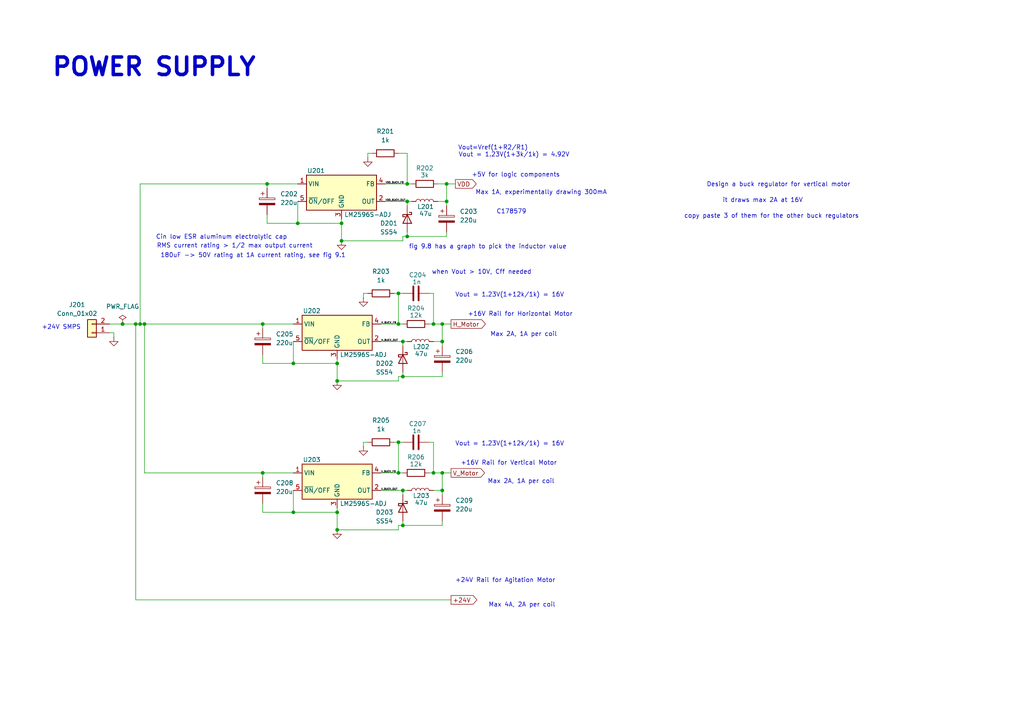
<source format=kicad_sch>
(kicad_sch (version 20250114) (generator "eeschema") (generator_version "9.0")
  (paper "A4")
  (lib_symbols
    (symbol "Connector_Generic:Conn_01x02" (pin_names (offset 1.016) (hide yes))
      (property "Reference" "J" (at 0 2.54 0))
      (property "Value" "Conn_01x02" (at 0 -5.08 0))
      (symbol "Conn_01x02_1_1"
        (rectangle (start -1.27 1.27) (end 1.27 -3.81) (stroke (width 0.254)) (fill (type background)))
        (rectangle (start -1.27 0.127) (end 0 -0.127) (stroke (width 0.1524)))
        (rectangle (start -1.27 -2.413) (end 0 -2.667) (stroke (width 0.1524)))
        (pin passive line (at -5.08 0 0) (length 3.81) (name "Pin_1") (number "1"))
        (pin passive line (at -5.08 -2.54 0) (length 3.81) (name "Pin_2") (number "2"))
      )
    )
    (symbol "Device:C" (pin_numbers (hide yes)) (pin_names (offset 0.254))
      (property "Reference" "C" (at 0.635 2.54 0))
      (property "Value" "C" (at 0.635 -2.54 0))
      (symbol "C_0_1"
        (polyline (pts (xy -2.032 0.762) (xy 2.032 0.762)) (stroke (width 0.508)))
        (polyline (pts (xy -2.032 -0.762) (xy 2.032 -0.762)) (stroke (width 0.508)))
      )
      (symbol "C_1_1"
        (pin passive line (at 0 3.81 270) (length 2.794) (name "~") (number "1"))
        (pin passive line (at 0 -3.81 90) (length 2.794) (name "~") (number "2"))
      )
    )
    (symbol "Device:C_Polarized" (pin_numbers (hide yes)) (pin_names (offset 0.254))
      (property "Reference" "C" (at 0.635 2.54 0))
      (property "Value" "C_Polarized" (at 0.635 -2.54 0))
      (symbol "C_Polarized_0_1"
        (rectangle (start -2.286 0.508) (end 2.286 1.016))
        (polyline (pts (xy -1.778 2.286) (xy -0.762 2.286)))
        (polyline (pts (xy -1.27 2.794) (xy -1.27 1.778)))
        (rectangle (start 2.286 -0.508) (end -2.286 -1.016) (fill (type outline)))
      )
      (symbol "C_Polarized_1_1"
        (pin passive line (at 0 3.81 270) (length 2.794) (name "~") (number "1"))
        (pin passive line (at 0 -3.81 90) (length 2.794) (name "~") (number "2"))
      )
    )
    (symbol "Device:D_Schottky" (pin_numbers (hide yes)) (pin_names (offset 1.016) (hide yes))
      (property "Reference" "D" (at 0 2.54 0))
      (property "Value" "D_Schottky" (at 0 -2.54 0))
      (symbol "D_Schottky_0_1"
        (polyline (pts (xy -1.905 0.635) (xy -1.905 1.27) (xy -1.27 1.27) (xy -1.27 -1.27) (xy -0.635 -1.27) (xy -0.635 -0.635)) (stroke (width 0.254)))
        (polyline (pts (xy 1.27 1.27) (xy 1.27 -1.27) (xy -1.27 0) (xy 1.27 1.27)) (stroke (width 0.254)))
        (polyline (pts (xy 1.27 0) (xy -1.27 0)))
      )
      (symbol "D_Schottky_1_1"
        (pin passive line (at -3.81 0 0) (length 2.54) (name "K") (number "1"))
        (pin passive line (at 3.81 0 180) (length 2.54) (name "A") (number "2"))
      )
    )
    (symbol "Device:L" (pin_numbers (hide yes)) (pin_names (offset 1.016) (hide yes))
      (property "Reference" "L" (at -1.27 0 90))
      (property "Value" "L" (at 1.905 0 90))
      (symbol "L_0_1"
        (arc (start 0 2.54) (mid 0.6323 1.905) (end 0 1.27))
        (arc (start 0 1.27) (mid 0.6323 0.635) (end 0 0))
        (arc (start 0 0) (mid 0.6323 -0.635) (end 0 -1.27))
        (arc (start 0 -1.27) (mid 0.6323 -1.905) (end 0 -2.54))
      )
      (symbol "L_1_1"
        (pin passive line (at 0 3.81 270) (length 1.27) (name "1") (number "1"))
        (pin passive line (at 0 -3.81 90) (length 1.27) (name "2") (number "2"))
      )
    )
    (symbol "Device:R" (pin_numbers (hide yes)) (pin_names (offset 0))
      (property "Reference" "R" (at 2.032 0 90))
      (property "Value" "R" (at 0 0 90))
      (symbol "R_0_1"
        (rectangle (start -1.016 -2.54) (end 1.016 2.54) (stroke (width 0.254)))
      )
      (symbol "R_1_1"
        (pin passive line (at 0 3.81 270) (length 1.27) (name "~") (number "1"))
        (pin passive line (at 0 -3.81 90) (length 1.27) (name "~") (number "2"))
      )
    )
    (symbol "Regulator_Switching:LM2596S-ADJ"
      (property "Reference" "U" (at -10.16 6.35 0))
      (property "Value" "LM2596S-ADJ" (at 0 6.35 0))
      (symbol "LM2596S-ADJ_0_1"
        (rectangle (start -10.16 5.08) (end 10.16 -5.08) (stroke (width 0.254)) (fill (type background)))
      )
      (symbol "LM2596S-ADJ_1_1"
        (pin power_in line (at -12.7 2.54 0) (length 2.54) (name "VIN") (number "1"))
        (pin input line (at -12.7 -2.54 0) (length 2.54) (name "~{ON}/OFF") (number "5"))
        (pin power_in line (at 0 -7.62 90) (length 2.54) (name "GND") (number "3"))
        (pin input line (at 12.7 2.54 180) (length 2.54) (name "FB") (number "4"))
        (pin output line (at 12.7 -2.54 180) (length 2.54) (name "OUT") (number "2"))
      )
    )
    (symbol "power:GND" (power) (pin_numbers (hide yes)) (pin_names (offset 0) (hide yes))
      (property "Value" "GND" (at 0 -3.81 0))
      (symbol "GND_0_1"
        (polyline (pts (xy 0 0) (xy 0 -1.27) (xy 1.27 -1.27) (xy 0 -2.54) (xy -1.27 -1.27) (xy 0 -1.27)))
      )
      (symbol "GND_1_1"
        (pin power_in line (at 0 0 270) (length 0) (name "~") (number "1"))
      )
    )
    (symbol "power:PWR_FLAG" (power) (pin_numbers (hide yes)) (pin_names (offset 0) (hide yes))
      (property "Value" "PWR_FLAG" (at 0 3.81 0))
      (symbol "PWR_FLAG_0_0"
        (pin power_out line (at 0 0 90) (length 0) (name "~") (number "1"))
      )
      (symbol "PWR_FLAG_0_1"
        (polyline (pts (xy 0 0) (xy 0 1.27) (xy -1.016 1.905) (xy 0 2.54) (xy 1.016 1.905) (xy 0 1.27)))
      )
    )
  )
  (text "Cin low ESR aluminum electrolytic cap" (at 64.262 68.834 0) (effects (font (size 1.27 1.27))))
  (text "Max 1A, experimentally drawing 300mA" (at 156.972 55.88 0) (effects (font (size 1.27 1.27))))
  (text "180uF -> 50V rating at 1A current rating, see fig 9.1" (at 73.406 74.168 0) (effects (font (size 1.27 1.27))))
  (text "it draws max 2A at 16V" (at 221.234 58.166 0) (effects (font (size 1.27 1.27))))
  (text "C178579" (at 148.336 61.468 0) (effects (font (size 1.27 1.27))))
  (text "+5V for logic components" (at 149.606 50.8 0) (effects (font (size 1.27 1.27))))
  (text "Design a buck regulator for vertical motor\n" (at 225.806 53.594 0) (effects (font (size 1.27 1.27))))
  (text "+16V Rail for Horizontal Motor" (at 150.876 91.186 0) (effects (font (size 1.27 1.27))))
  (text "+24V SMPS" (at 17.78 94.996 0) (effects (font (size 1.27 1.27))))
  (text "copy paste 3 of them for the other buck regulators\n" (at 223.774 62.738 0) (effects (font (size 1.27 1.27))))
  (text "Vout=Vref(1+R2/R1)" (at 143.002 42.926 0) (effects (font (size 1.27 1.27))))
  (text "Max 4A, 2A per coil" (at 151.384 175.514 0) (effects (font (size 1.27 1.27))))
  (text "when Vout > 10V, Cff needed" (at 139.7 78.994 0) (effects (font (size 1.27 1.27))))
  (text "POWER SUPPLY" (at 44.704 19.558 0) (effects (font (size 5.08 5.08) (thickness 1.016) (bold yes))))
  (text "Vout = 1.23V(1+12k/1k) = 16V" (at 147.828 128.778 0) (effects (font (size 1.27 1.27))))
  (text "Max 2A, 1A per coil" (at 151.892 97.028 0) (effects (font (size 1.27 1.27))))
  (text "Max 2A, 1A per coil" (at 151.13 139.7 0) (effects (font (size 1.27 1.27))))
  (text "Vout = 1.23V(1+3k/1k) = 4.92V" (at 149.098 44.958 0) (effects (font (size 1.27 1.27))))
  (text "RMS current rating > 1/2 max output current" (at 68.072 71.374 0) (effects (font (size 1.27 1.27))))
  (text "+16V Rail for Vertical Motor" (at 147.574 134.366 0) (effects (font (size 1.27 1.27))))
  (text "fig 9.8 has a graph to pick the inductor value" (at 141.478 71.628 0) (effects (font (size 1.27 1.27))))
  (text "+24V Rail for Agitation Motor" (at 146.558 168.402 0) (effects (font (size 1.27 1.27))))
  (text "Vout = 1.23V(1+12k/1k) = 16V" (at 147.828 85.598 0) (effects (font (size 1.27 1.27))))
  (junction (at 40.64 93.98))
  (junction (at 97.79 110.49))
  (junction (at 129.54 53.34))
  (junction (at 97.79 105.41))
  (junction (at 86.36 64.77))
  (junction (at 85.09 148.59))
  (junction (at 118.11 68.58))
  (junction (at 128.27 142.24))
  (junction (at 115.57 93.98))
  (junction (at 115.57 128.27))
  (junction (at 118.11 58.42))
  (junction (at 116.84 152.4))
  (junction (at 128.27 137.16))
  (junction (at 97.79 148.59))
  (junction (at 115.57 85.09))
  (junction (at 35.56 93.98))
  (junction (at 97.79 153.67))
  (junction (at 115.57 137.16))
  (junction (at 99.06 69.85))
  (junction (at 125.73 93.98))
  (junction (at 129.54 58.42))
  (junction (at 125.73 137.16))
  (junction (at 116.84 142.24))
  (junction (at 128.27 93.98))
  (junction (at 118.11 53.34))
  (junction (at 76.2 93.98))
  (junction (at 77.47 53.34))
  (junction (at 116.84 99.06))
  (junction (at 99.06 64.77))
  (junction (at 85.09 105.41))
  (junction (at 116.84 109.22))
  (junction (at 41.91 93.98))
  (junction (at 39.37 93.98))
  (junction (at 76.2 137.16))
  (junction (at 128.27 99.06))
  (wire (pts (xy 106.68 44.45) (xy 106.68 45.72)))
  (wire (pts (xy 76.2 138.43) (xy 76.2 137.16)))
  (wire (pts (xy 115.57 152.4) (xy 116.84 152.4)))
  (wire (pts (xy 115.57 137.16) (xy 115.57 128.27)))
  (wire (pts (xy 115.57 85.09) (xy 116.84 85.09)))
  (wire (pts (xy 76.2 95.25) (xy 76.2 93.98)))
  (wire (pts (xy 39.37 173.99) (xy 130.81 173.99)))
  (wire (pts (xy 116.84 109.22) (xy 128.27 109.22)))
  (wire (pts (xy 76.2 148.59) (xy 85.09 148.59)))
  (wire (pts (xy 76.2 93.98) (xy 85.09 93.98)))
  (wire (pts (xy 128.27 137.16) (xy 128.27 142.24)))
  (wire (pts (xy 127 58.42) (xy 129.54 58.42)))
  (wire (pts (xy 116.84 69.85) (xy 99.06 69.85)))
  (wire (pts (xy 116.84 151.13) (xy 116.84 152.4)))
  (wire (pts (xy 76.2 137.16) (xy 85.09 137.16)))
  (wire (pts (xy 115.57 153.67) (xy 97.79 153.67)))
  (wire (pts (xy 118.11 53.34) (xy 119.38 53.34)))
  (wire (pts (xy 115.57 85.09) (xy 114.3 85.09)))
  (wire (pts (xy 115.57 128.27) (xy 116.84 128.27)))
  (wire (pts (xy 85.09 99.06) (xy 85.09 105.41)))
  (wire (pts (xy 115.57 44.45) (xy 118.11 44.45)))
  (wire (pts (xy 116.84 107.95) (xy 116.84 109.22)))
  (wire (pts (xy 105.41 128.27) (xy 105.41 129.54)))
  (wire (pts (xy 85.09 105.41) (xy 97.79 105.41)))
  (wire (pts (xy 110.49 99.06) (xy 116.84 99.06)))
  (wire (pts (xy 97.79 148.59) (xy 97.79 153.67)))
  (wire (pts (xy 128.27 93.98) (xy 128.27 99.06)))
  (wire (pts (xy 77.47 53.34) (xy 86.36 53.34)))
  (wire (pts (xy 128.27 137.16) (xy 130.81 137.16)))
  (wire (pts (xy 118.11 58.42) (xy 119.38 58.42)))
  (wire (pts (xy 105.41 85.09) (xy 105.41 86.36)))
  (wire (pts (xy 129.54 58.42) (xy 129.54 59.69)))
  (wire (pts (xy 125.73 142.24) (xy 128.27 142.24)))
  (wire (pts (xy 97.79 148.59) (xy 97.79 147.32)))
  (wire (pts (xy 115.57 109.22) (xy 115.57 110.49)))
  (wire (pts (xy 115.57 110.49) (xy 97.79 110.49)))
  (wire (pts (xy 110.49 142.24) (xy 116.84 142.24)))
  (wire (pts (xy 35.56 93.98) (xy 39.37 93.98)))
  (wire (pts (xy 115.57 137.16) (xy 116.84 137.16)))
  (wire (pts (xy 116.84 152.4) (xy 128.27 152.4)))
  (wire (pts (xy 97.79 105.41) (xy 97.79 110.49)))
  (wire (pts (xy 76.2 146.05) (xy 76.2 148.59)))
  (wire (pts (xy 129.54 53.34) (xy 132.08 53.34)))
  (wire (pts (xy 128.27 107.95) (xy 128.27 109.22)))
  (wire (pts (xy 116.84 68.58) (xy 116.84 69.85)))
  (wire (pts (xy 111.76 53.34) (xy 118.11 53.34)))
  (wire (pts (xy 106.68 85.09) (xy 105.41 85.09)))
  (wire (pts (xy 40.64 93.98) (xy 40.64 53.34)))
  (wire (pts (xy 110.49 137.16) (xy 115.57 137.16)))
  (wire (pts (xy 86.36 64.77) (xy 99.06 64.77)))
  (wire (pts (xy 124.46 85.09) (xy 125.73 85.09)))
  (wire (pts (xy 118.11 68.58) (xy 129.54 68.58)))
  (wire (pts (xy 106.68 128.27) (xy 105.41 128.27)))
  (wire (pts (xy 110.49 93.98) (xy 115.57 93.98)))
  (wire (pts (xy 77.47 64.77) (xy 86.36 64.77)))
  (wire (pts (xy 128.27 99.06) (xy 128.27 100.33)))
  (wire (pts (xy 115.57 93.98) (xy 116.84 93.98)))
  (wire (pts (xy 116.84 142.24) (xy 116.84 143.51)))
  (wire (pts (xy 118.11 53.34) (xy 118.11 44.45)))
  (wire (pts (xy 115.57 152.4) (xy 115.57 153.67)))
  (wire (pts (xy 118.11 67.31) (xy 118.11 68.58)))
  (wire (pts (xy 127 53.34) (xy 129.54 53.34)))
  (wire (pts (xy 128.27 142.24) (xy 128.27 143.51)))
  (wire (pts (xy 85.09 148.59) (xy 97.79 148.59)))
  (wire (pts (xy 99.06 64.77) (xy 99.06 69.85)))
  (wire (pts (xy 99.06 64.77) (xy 99.06 63.5)))
  (wire (pts (xy 124.46 128.27) (xy 125.73 128.27)))
  (wire (pts (xy 125.73 93.98) (xy 128.27 93.98)))
  (wire (pts (xy 125.73 128.27) (xy 125.73 137.16)))
  (wire (pts (xy 129.54 67.31) (xy 129.54 68.58)))
  (wire (pts (xy 76.2 102.87) (xy 76.2 105.41)))
  (wire (pts (xy 125.73 99.06) (xy 128.27 99.06)))
  (wire (pts (xy 125.73 93.98) (xy 124.46 93.98)))
  (wire (pts (xy 107.95 44.45) (xy 106.68 44.45)))
  (wire (pts (xy 85.09 142.24) (xy 85.09 148.59)))
  (wire (pts (xy 33.02 97.79) (xy 33.02 96.52)))
  (wire (pts (xy 111.76 58.42) (xy 118.11 58.42)))
  (wire (pts (xy 33.02 96.52) (xy 31.75 96.52)))
  (wire (pts (xy 41.91 93.98) (xy 76.2 93.98)))
  (wire (pts (xy 77.47 54.61) (xy 77.47 53.34)))
  (wire (pts (xy 116.84 68.58) (xy 118.11 68.58)))
  (wire (pts (xy 116.84 142.24) (xy 118.11 142.24)))
  (wire (pts (xy 76.2 105.41) (xy 85.09 105.41)))
  (wire (pts (xy 116.84 99.06) (xy 118.11 99.06)))
  (wire (pts (xy 40.64 53.34) (xy 77.47 53.34)))
  (wire (pts (xy 77.47 62.23) (xy 77.47 64.77)))
  (wire (pts (xy 39.37 93.98) (xy 40.64 93.98)))
  (wire (pts (xy 118.11 58.42) (xy 118.11 59.69)))
  (wire (pts (xy 115.57 109.22) (xy 116.84 109.22)))
  (wire (pts (xy 97.79 105.41) (xy 97.79 104.14)))
  (wire (pts (xy 39.37 93.98) (xy 39.37 173.99)))
  (wire (pts (xy 129.54 53.34) (xy 129.54 58.42)))
  (wire (pts (xy 41.91 137.16) (xy 76.2 137.16)))
  (wire (pts (xy 125.73 137.16) (xy 124.46 137.16)))
  (wire (pts (xy 115.57 93.98) (xy 115.57 85.09)))
  (wire (pts (xy 115.57 128.27) (xy 114.3 128.27)))
  (wire (pts (xy 128.27 93.98) (xy 130.81 93.98)))
  (wire (pts (xy 86.36 58.42) (xy 86.36 64.77)))
  (wire (pts (xy 31.75 93.98) (xy 35.56 93.98)))
  (wire (pts (xy 125.73 85.09) (xy 125.73 93.98)))
  (wire (pts (xy 41.91 93.98) (xy 41.91 137.16)))
  (wire (pts (xy 128.27 151.13) (xy 128.27 152.4)))
  (wire (pts (xy 116.84 99.06) (xy 116.84 100.33)))
  (wire (pts (xy 40.64 93.98) (xy 41.91 93.98)))
  (wire (pts (xy 125.73 137.16) (xy 128.27 137.16)))
  (label "H_BUCK_FB" (at 110.49 93.98 0) (effects (font (size 0.508 0.508))))
  (label "VDD_BUCK_FB" (at 111.76 53.34 0) (effects (font (size 0.508 0.508))))
  (label "VDD_BUCK_OUT" (at 111.76 58.42 0) (effects (font (size 0.508 0.508))))
  (label "H_BUCK_OUT" (at 110.49 99.06 0) (effects (font (size 0.508 0.508))))
  (label "V_BUCK_OUT" (at 110.49 142.24 0) (effects (font (size 0.508 0.508))))
  (label "V_BUCK_FB" (at 110.49 137.16 0) (effects (font (size 0.508 0.508))))
  (global_label "H_Motor" (shape output) (at 130.81 93.98 0) (property "Intersheetrefs" "${INTERSHEET_REFS}" (effects (hide yes))))
  (global_label "+24V" (shape output) (at 130.81 173.99 0) (property "Intersheetrefs" "${INTERSHEET_REFS}" (effects (hide yes))))
  (global_label "VDD" (shape output) (at 132.08 53.34 0) (property "Intersheetrefs" "${INTERSHEET_REFS}" (effects (hide yes))))
  (global_label "V_Motor" (shape output) (at 130.81 137.16 0) (property "Intersheetrefs" "${INTERSHEET_REFS}" (effects (hide yes))))
  (symbol (lib_id "Device:L") (at 121.92 142.24 90) (unit 1)
    (property "Reference" "L203" (at 122.174 143.764 90))
    (property "Value" "47u" (at 122.174 145.796 90))
    (property "Footprint" "Inductor_SMD:L_12x12mm_H8mm" (effects (hide yes)))
    (property "Description" "Inductor" (effects (hide yes)))
    (property "Manufacturer" "SXN(Shun Xiang Nuo Elec)" (effects (hide yes)))
    (property "MPN" "SMDRI127-470MT" (effects (hide yes)))
    (property "LCSC Part Number" "C9906" (effects (hide yes)))
  )
  (symbol (lib_id "Device:R") (at 110.49 85.09 90) (unit 1)
    (property "Reference" "R203" (at 110.49 78.74 90))
    (property "Value" "1k" (at 110.49 81.28 90))
    (property "Footprint" "Resistor_SMD:R_0603_1608Metric" (effects (hide yes)))
    (property "Description" "Resistor" (effects (hide yes)))
    (property "Manufacturer" "UNI-ROYAL(Uniroyal Elec)" (effects (hide yes)))
    (property "MPN" "0603WAF1001T5E" (effects (hide yes)))
    (property "LCSC Part Number" "C21190" (effects (hide yes)))
  )
  (symbol (lib_id "Device:C_Polarized") (at 128.27 147.32 0) (unit 1)
    (property "Reference" "C209" (at 132.08 145.1609 0) (effects (justify left)))
    (property "Value" "220u" (at 132.08 147.7009 0) (effects (justify left)))
    (property "Footprint" "Capacitor_SMD:C_Elec_10x10.2" (effects (hide yes)))
    (property "Description" "Polarized capacitor" (effects (hide yes)))
    (property "Manufacturer" "PANASONIC" (effects (hide yes)))
    (property "MPN" "EEEFP1H221AP" (effects (hide yes)))
    (property "LCSC Part Number" "C178579" (effects (hide yes)))
  )
  (symbol (lib_id "Device:C_Polarized") (at 77.47 58.42 0) (unit 1)
    (property "Reference" "C202" (at 81.28 56.2609 0) (effects (justify left)))
    (property "Value" "220u" (at 81.28 58.8009 0) (effects (justify left)))
    (property "Footprint" "Capacitor_SMD:C_Elec_10x10.2" (effects (hide yes)))
    (property "Description" "Polarized capacitor" (effects (hide yes)))
    (property "Manufacturer" "PANASONIC" (effects (hide yes)))
    (property "MPN" "EEEFP1H221AP" (effects (hide yes)))
    (property "LCSC Part Number" "C178579" (effects (hide yes)))
  )
  (symbol (lib_id "Device:D_Schottky") (at 118.11 63.5 270) (unit 1)
    (property "Reference" "D201" (at 110.236 64.77 90) (effects (justify left)))
    (property "Value" "SS54" (at 110.236 67.31 90) (effects (justify left)))
    (property "Footprint" "Diode_SMD:D_SMA" (effects (hide yes)))
    (property "Description" "Schottky diode" (effects (hide yes)))
    (property "Manufacturer" "MDD(Microdiode Semiconductor)" (effects (hide yes)))
    (property "MPN" "SS54" (effects (hide yes)))
    (property "LCSC Part Number" "C22452" (effects (hide yes)))
  )
  (symbol (lib_id "Regulator_Switching:LM2596S-ADJ") (at 97.79 96.52 0) (unit 1)
    (property "Reference" "U202" (at 90.424 90.17 0))
    (property "Value" "LM2596S-ADJ" (at 105.41 102.87 0))
    (property "Footprint" "Package_TO_SOT_SMD:TO-263-5_TabPin3" (effects (hide yes)))
    (property "Datasheet" "http://www.ti.com/lit/ds/symlink/lm2596.pdf" (effects (hide yes)))
    (property "Description" "Adjustable 3A Step-Down Voltage Regulator, TO-263" (effects (hide yes)))
    (property "Manufacturer" "Texas Instruments" (effects (hide yes)))
    (property "MPN" "LM2596SX-ADJ/NOPB" (effects (hide yes)))
    (property "LCSC Part Number" "C29781" (effects (hide yes)))
  )
  (symbol (lib_id "Regulator_Switching:LM2596S-ADJ") (at 99.06 55.88 0) (unit 1)
    (property "Reference" "U201" (at 91.694 49.53 0))
    (property "Value" "LM2596S-ADJ" (at 106.68 62.23 0))
    (property "Footprint" "Package_TO_SOT_SMD:TO-263-5_TabPin3" (effects (hide yes)))
    (property "Datasheet" "http://www.ti.com/lit/ds/symlink/lm2596.pdf" (effects (hide yes)))
    (property "Description" "Adjustable 3A Step-Down Voltage Regulator, TO-263" (effects (hide yes)))
    (property "Manufacturer" "Texas Instruments" (effects (hide yes)))
    (property "MPN" "LM2596SX-ADJ/NOPB" (effects (hide yes)))
    (property "LCSC Part Number" "C29781" (effects (hide yes)))
  )
  (symbol (lib_id "Device:R") (at 120.65 137.16 90) (unit 1)
    (property "Reference" "R206" (at 120.65 132.588 90))
    (property "Value" "12k" (at 120.65 134.62 90))
    (property "Footprint" "Resistor_SMD:R_0603_1608Metric" (effects (hide yes)))
    (property "Description" "Resistor" (effects (hide yes)))
    (property "Manufacturer" "UNI-ROYAL(Uniroyal Elec)" (effects (hide yes)))
    (property "MPN" "0603WAF1202T5E" (effects (hide yes)))
    (property "LCSC Part Number" "C22790" (effects (hide yes)))
  )
  (symbol (lib_id "power:PWR_FLAG") (at 35.56 93.98 0) (unit 1)
    (property "Reference" "#FLG0201" (effects (hide yes)))
    (property "Value" "PWR_FLAG" (at 35.56 88.9 0))
    (property "Description" "Special symbol for telling ERC where power comes from" (effects (hide yes)))
  )
  (symbol (lib_id "Device:C") (at 120.65 85.09 90) (unit 1)
    (property "Reference" "C204" (at 123.698 79.756 90) (effects (justify left)))
    (property "Value" "1n" (at 122.174 81.788 90) (effects (justify left)))
    (property "Footprint" "Capacitor_SMD:C_0603_1608Metric" (effects (hide yes)))
    (property "Description" "Unpolarized capacitor" (effects (hide yes)))
    (property "Manufacturer" "Samsung Electro-Mechanics" (effects (hide yes)))
    (property "MPN" "CL10B102KB8NNNC" (effects (hide yes)))
    (property "LCSC Part Number" "C1588" (effects (hide yes)))
  )
  (symbol (lib_id "power:GND") (at 33.02 97.79 0) (unit 1)
    (property "Reference" "#PWR0204" (effects (hide yes)))
    (property "Value" "GND" (effects (hide yes)))
    (property "Description" "Power symbol creates a global label with name \"GND\" , ground" (effects (hide yes)))
  )
  (symbol (lib_id "power:GND") (at 97.79 153.67 0) (unit 1)
    (property "Reference" "#PWR0207" (effects (hide yes)))
    (property "Value" "GND" (effects (hide yes)))
    (property "Description" "Power symbol creates a global label with name \"GND\" , ground" (effects (hide yes)))
  )
  (symbol (lib_id "Device:C_Polarized") (at 76.2 99.06 0) (unit 1)
    (property "Reference" "C205" (at 80.01 96.9009 0) (effects (justify left)))
    (property "Value" "220u" (at 80.01 99.4409 0) (effects (justify left)))
    (property "Footprint" "Capacitor_SMD:C_Elec_10x10.2" (effects (hide yes)))
    (property "Description" "Polarized capacitor" (effects (hide yes)))
    (property "Manufacturer" "PANASONIC" (effects (hide yes)))
    (property "MPN" "EEEFP1H221AP" (effects (hide yes)))
    (property "LCSC Part Number" "C178579" (effects (hide yes)))
  )
  (symbol (lib_id "Device:D_Schottky") (at 116.84 147.32 270) (unit 1)
    (property "Reference" "D203" (at 108.966 148.59 90) (effects (justify left)))
    (property "Value" "SS54" (at 108.966 151.13 90) (effects (justify left)))
    (property "Footprint" "Diode_SMD:D_SMA" (effects (hide yes)))
    (property "Description" "Schottky diode" (effects (hide yes)))
    (property "Manufacturer" "MDD(Microdiode Semiconductor)" (effects (hide yes)))
    (property "MPN" "SS54" (effects (hide yes)))
    (property "LCSC Part Number" "C22452" (effects (hide yes)))
  )
  (symbol (lib_id "power:GND") (at 105.41 129.54 0) (unit 1)
    (property "Reference" "#PWR0206" (effects (hide yes)))
    (property "Value" "GND" (effects (hide yes)))
    (property "Description" "Power symbol creates a global label with name \"GND\" , ground" (effects (hide yes)))
  )
  (symbol (lib_id "Regulator_Switching:LM2596S-ADJ") (at 97.79 139.7 0) (unit 1)
    (property "Reference" "U203" (at 90.424 133.35 0))
    (property "Value" "LM2596S-ADJ" (at 105.41 146.05 0))
    (property "Footprint" "Package_TO_SOT_SMD:TO-263-5_TabPin3" (effects (hide yes)))
    (property "Datasheet" "http://www.ti.com/lit/ds/symlink/lm2596.pdf" (effects (hide yes)))
    (property "Description" "Adjustable 3A Step-Down Voltage Regulator, TO-263" (effects (hide yes)))
    (property "Manufacturer" "Texas Instruments" (effects (hide yes)))
    (property "MPN" "LM2596SX-ADJ/NOPB" (effects (hide yes)))
    (property "LCSC Part Number" "C29781" (effects (hide yes)))
  )
  (symbol (lib_id "Device:C_Polarized") (at 128.27 104.14 0) (unit 1)
    (property "Reference" "C206" (at 132.08 101.9809 0) (effects (justify left)))
    (property "Value" "220u" (at 132.08 104.5209 0) (effects (justify left)))
    (property "Footprint" "Capacitor_SMD:C_Elec_10x10.2" (effects (hide yes)))
    (property "Description" "Polarized capacitor" (effects (hide yes)))
    (property "Manufacturer" "PANASONIC" (effects (hide yes)))
    (property "MPN" "EEEFP1H221AP" (effects (hide yes)))
    (property "LCSC Part Number" "C178579" (effects (hide yes)))
  )
  (symbol (lib_id "power:GND") (at 105.41 86.36 0) (unit 1)
    (property "Reference" "#PWR0203" (effects (hide yes)))
    (property "Value" "GND" (effects (hide yes)))
    (property "Description" "Power symbol creates a global label with name \"GND\" , ground" (effects (hide yes)))
  )
  (symbol (lib_id "Device:D_Schottky") (at 116.84 104.14 270) (unit 1)
    (property "Reference" "D202" (at 108.966 105.41 90) (effects (justify left)))
    (property "Value" "SS54" (at 108.966 107.95 90) (effects (justify left)))
    (property "Footprint" "Diode_SMD:D_SMA" (effects (hide yes)))
    (property "Description" "Schottky diode" (effects (hide yes)))
    (property "Manufacturer" "MDD(Microdiode Semiconductor)" (effects (hide yes)))
    (property "MPN" "SS54" (effects (hide yes)))
    (property "LCSC Part Number" "C22452" (effects (hide yes)))
  )
  (symbol (lib_id "Device:C") (at 120.65 128.27 90) (unit 1)
    (property "Reference" "C207" (at 123.698 122.936 90) (effects (justify left)))
    (property "Value" "1n" (at 122.174 124.968 90) (effects (justify left)))
    (property "Footprint" "Capacitor_SMD:C_0603_1608Metric" (effects (hide yes)))
    (property "Description" "Unpolarized capacitor" (effects (hide yes)))
    (property "Manufacturer" "Samsung Electro-Mechanics" (effects (hide yes)))
    (property "MPN" "CL10B102KB8NNNC" (effects (hide yes)))
    (property "LCSC Part Number" "C1588" (effects (hide yes)))
  )
  (symbol (lib_id "power:GND") (at 97.79 110.49 0) (unit 1)
    (property "Reference" "#PWR0205" (effects (hide yes)))
    (property "Value" "GND" (effects (hide yes)))
    (property "Description" "Power symbol creates a global label with name \"GND\" , ground" (effects (hide yes)))
  )
  (symbol (lib_id "power:GND") (at 106.68 45.72 0) (unit 1)
    (property "Reference" "#PWR0201" (effects (hide yes)))
    (property "Value" "GND" (effects (hide yes)))
    (property "Description" "Power symbol creates a global label with name \"GND\" , ground" (effects (hide yes)))
  )
  (symbol (lib_id "Device:R") (at 123.19 53.34 90) (unit 1)
    (property "Reference" "R202" (at 123.19 48.768 90))
    (property "Value" "3k" (at 123.19 50.8 90))
    (property "Footprint" "Resistor_SMD:R_0603_1608Metric" (effects (hide yes)))
    (property "Description" "Resistor" (effects (hide yes)))
    (property "Manufacturer" "UNI-ROYAL(Uniroyal Elec)" (effects (hide yes)))
    (property "MPN" "0603WAF3001T5E" (effects (hide yes)))
    (property "LCSC Part Number" "C4211" (effects (hide yes)))
  )
  (symbol (lib_id "Device:L") (at 123.19 58.42 90) (unit 1)
    (property "Reference" "L201" (at 123.444 59.944 90))
    (property "Value" "47u" (at 123.444 61.976 90))
    (property "Footprint" "Inductor_SMD:L_12x12mm_H8mm" (effects (hide yes)))
    (property "Description" "Inductor" (effects (hide yes)))
    (property "Manufacturer" "SXN(Shun Xiang Nuo Elec)" (effects (hide yes)))
    (property "MPN" "SMDRI127-470MT" (effects (hide yes)))
    (property "LCSC Part Number" "C9906" (effects (hide yes)))
  )
  (symbol (lib_id "Device:R") (at 120.65 93.98 90) (unit 1)
    (property "Reference" "R204" (at 120.65 89.408 90))
    (property "Value" "12k" (at 120.65 91.44 90))
    (property "Footprint" "Resistor_SMD:R_0603_1608Metric" (effects (hide yes)))
    (property "Description" "Resistor" (effects (hide yes)))
    (property "Manufacturer" "UNI-ROYAL(Uniroyal Elec)" (effects (hide yes)))
    (property "MPN" "0603WAF1202T5E" (effects (hide yes)))
    (property "LCSC Part Number" "C22790" (effects (hide yes)))
  )
  (symbol (lib_id "power:GND") (at 99.06 69.85 0) (unit 1)
    (property "Reference" "#PWR0202" (effects (hide yes)))
    (property "Value" "GND" (effects (hide yes)))
    (property "Description" "Power symbol creates a global label with name \"GND\" , ground" (effects (hide yes)))
  )
  (symbol (lib_id "Device:R") (at 111.76 44.45 90) (unit 1)
    (property "Reference" "R201" (at 111.76 38.1 90))
    (property "Value" "1k" (at 111.76 40.64 90))
    (property "Footprint" "Resistor_SMD:R_0603_1608Metric" (effects (hide yes)))
    (property "Description" "Resistor" (effects (hide yes)))
    (property "Manufacturer" "UNI-ROYAL(Uniroyal Elec)" (effects (hide yes)))
    (property "MPN" "0603WAF1001T5E" (effects (hide yes)))
    (property "LCSC Part Number" "C21190" (effects (hide yes)))
  )
  (symbol (lib_id "Device:L") (at 121.92 99.06 90) (unit 1)
    (property "Reference" "L202" (at 122.174 100.584 90))
    (property "Value" "47u" (at 122.174 102.616 90))
    (property "Footprint" "Inductor_SMD:L_12x12mm_H8mm" (effects (hide yes)))
    (property "Description" "Inductor" (effects (hide yes)))
    (property "Manufacturer" "SXN(Shun Xiang Nuo Elec)" (effects (hide yes)))
    (property "MPN" "SMDRI127-470MT" (effects (hide yes)))
    (property "LCSC Part Number" "C9906" (effects (hide yes)))
  )
  (symbol (lib_id "Connector_Generic:Conn_01x02") (at 26.67 96.52 180) (unit 1) (in_bom no)
    (property "Reference" "J201" (at 22.352 88.392 0))
    (property "Value" "Conn_01x02" (at 22.352 90.932 0))
    (property "Footprint" "TerminalBlock:TerminalBlock_bornier-2_P5.08mm" (effects (hide yes)))
    (property "Description" "Generic connector, single row, 01x02, script generated (kicad-library-utils/schlib/autogen/connector/)" (effects (hide yes)))
  )
  (symbol (lib_id "Device:C_Polarized") (at 129.54 63.5 0) (unit 1)
    (property "Reference" "C203" (at 133.35 61.3409 0) (effects (justify left)))
    (property "Value" "220u" (at 133.35 63.8809 0) (effects (justify left)))
    (property "Footprint" "Capacitor_SMD:C_Elec_10x10.2" (effects (hide yes)))
    (property "Description" "Polarized capacitor" (effects (hide yes)))
    (property "Manufacturer" "PANASONIC" (effects (hide yes)))
    (property "MPN" "EEEFP1H221AP" (effects (hide yes)))
    (property "LCSC Part Number" "C178579" (effects (hide yes)))
  )
  (symbol (lib_id "Device:R") (at 110.49 128.27 90) (unit 1)
    (property "Reference" "R205" (at 110.49 121.92 90))
    (property "Value" "1k" (at 110.49 124.46 90))
    (property "Footprint" "Resistor_SMD:R_0603_1608Metric" (effects (hide yes)))
    (property "Description" "Resistor" (effects (hide yes)))
    (property "Manufacturer" "UNI-ROYAL(Uniroyal Elec)" (effects (hide yes)))
    (property "MPN" "0603WAF1001T5E" (effects (hide yes)))
    (property "LCSC Part Number" "C21190" (effects (hide yes)))
  )
  (symbol (lib_id "Device:C_Polarized") (at 76.2 142.24 0) (unit 1)
    (property "Reference" "C208" (at 80.01 140.0809 0) (effects (justify left)))
    (property "Value" "220u" (at 80.01 142.6209 0) (effects (justify left)))
    (property "Footprint" "Capacitor_SMD:C_Elec_10x10.2" (effects (hide yes)))
    (property "Description" "Polarized capacitor" (effects (hide yes)))
    (property "Manufacturer" "PANASONIC" (effects (hide yes)))
    (property "MPN" "EEEFP1H221AP" (effects (hide yes)))
    (property "LCSC Part Number" "C178579" (effects (hide yes)))
  )
)
</source>
